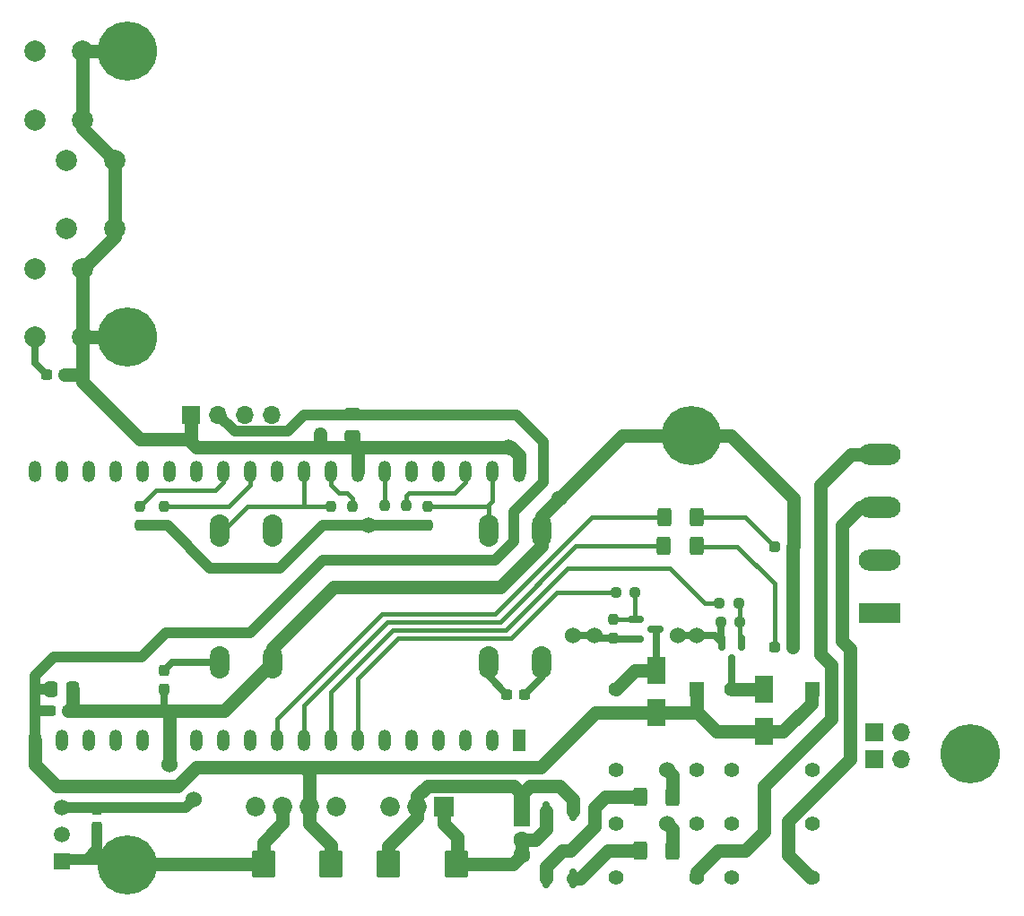
<source format=gtl>
G04 #@! TF.GenerationSoftware,KiCad,Pcbnew,(6.0.9)*
G04 #@! TF.CreationDate,2022-12-13T11:15:51-07:00*
G04 #@! TF.ProjectId,Thermostat1,54686572-6d6f-4737-9461-74312e6b6963,rev?*
G04 #@! TF.SameCoordinates,Original*
G04 #@! TF.FileFunction,Copper,L1,Top*
G04 #@! TF.FilePolarity,Positive*
%FSLAX46Y46*%
G04 Gerber Fmt 4.6, Leading zero omitted, Abs format (unit mm)*
G04 Created by KiCad (PCBNEW (6.0.9)) date 2022-12-13 11:15:51*
%MOMM*%
%LPD*%
G01*
G04 APERTURE LIST*
G04 Aperture macros list*
%AMRoundRect*
0 Rectangle with rounded corners*
0 $1 Rounding radius*
0 $2 $3 $4 $5 $6 $7 $8 $9 X,Y pos of 4 corners*
0 Add a 4 corners polygon primitive as box body*
4,1,4,$2,$3,$4,$5,$6,$7,$8,$9,$2,$3,0*
0 Add four circle primitives for the rounded corners*
1,1,$1+$1,$2,$3*
1,1,$1+$1,$4,$5*
1,1,$1+$1,$6,$7*
1,1,$1+$1,$8,$9*
0 Add four rect primitives between the rounded corners*
20,1,$1+$1,$2,$3,$4,$5,0*
20,1,$1+$1,$4,$5,$6,$7,0*
20,1,$1+$1,$6,$7,$8,$9,0*
20,1,$1+$1,$8,$9,$2,$3,0*%
G04 Aperture macros list end*
G04 #@! TA.AperFunction,ComponentPad*
%ADD10R,1.600000X1.600000*%
G04 #@! TD*
G04 #@! TA.AperFunction,ComponentPad*
%ADD11C,1.600000*%
G04 #@! TD*
G04 #@! TA.AperFunction,SMDPad,CuDef*
%ADD12RoundRect,0.250000X-0.400000X-0.625000X0.400000X-0.625000X0.400000X0.625000X-0.400000X0.625000X0*%
G04 #@! TD*
G04 #@! TA.AperFunction,ComponentPad*
%ADD13O,1.850000X3.048000*%
G04 #@! TD*
G04 #@! TA.AperFunction,ComponentPad*
%ADD14C,2.000000*%
G04 #@! TD*
G04 #@! TA.AperFunction,SMDPad,CuDef*
%ADD15RoundRect,0.237500X-0.250000X-0.237500X0.250000X-0.237500X0.250000X0.237500X-0.250000X0.237500X0*%
G04 #@! TD*
G04 #@! TA.AperFunction,SMDPad,CuDef*
%ADD16RoundRect,0.237500X0.237500X-0.250000X0.237500X0.250000X-0.237500X0.250000X-0.237500X-0.250000X0*%
G04 #@! TD*
G04 #@! TA.AperFunction,ComponentPad*
%ADD17R,1.500000X1.500000*%
G04 #@! TD*
G04 #@! TA.AperFunction,ComponentPad*
%ADD18C,1.500000*%
G04 #@! TD*
G04 #@! TA.AperFunction,SMDPad,CuDef*
%ADD19RoundRect,0.237500X0.287500X0.237500X-0.287500X0.237500X-0.287500X-0.237500X0.287500X-0.237500X0*%
G04 #@! TD*
G04 #@! TA.AperFunction,SMDPad,CuDef*
%ADD20RoundRect,0.150000X-0.150000X0.587500X-0.150000X-0.587500X0.150000X-0.587500X0.150000X0.587500X0*%
G04 #@! TD*
G04 #@! TA.AperFunction,SMDPad,CuDef*
%ADD21R,1.800000X2.500000*%
G04 #@! TD*
G04 #@! TA.AperFunction,SMDPad,CuDef*
%ADD22RoundRect,0.250000X-0.475000X0.337500X-0.475000X-0.337500X0.475000X-0.337500X0.475000X0.337500X0*%
G04 #@! TD*
G04 #@! TA.AperFunction,SMDPad,CuDef*
%ADD23RoundRect,0.237500X-0.300000X-0.237500X0.300000X-0.237500X0.300000X0.237500X-0.300000X0.237500X0*%
G04 #@! TD*
G04 #@! TA.AperFunction,SMDPad,CuDef*
%ADD24RoundRect,0.237500X-0.237500X0.300000X-0.237500X-0.300000X0.237500X-0.300000X0.237500X0.300000X0*%
G04 #@! TD*
G04 #@! TA.AperFunction,ComponentPad*
%ADD25C,5.600000*%
G04 #@! TD*
G04 #@! TA.AperFunction,SMDPad,CuDef*
%ADD26RoundRect,0.237500X0.250000X0.237500X-0.250000X0.237500X-0.250000X-0.237500X0.250000X-0.237500X0*%
G04 #@! TD*
G04 #@! TA.AperFunction,SMDPad,CuDef*
%ADD27RoundRect,0.150000X-0.587500X-0.150000X0.587500X-0.150000X0.587500X0.150000X-0.587500X0.150000X0*%
G04 #@! TD*
G04 #@! TA.AperFunction,SMDPad,CuDef*
%ADD28RoundRect,0.237500X-0.237500X0.250000X-0.237500X-0.250000X0.237500X-0.250000X0.237500X0.250000X0*%
G04 #@! TD*
G04 #@! TA.AperFunction,SMDPad,CuDef*
%ADD29RoundRect,0.250000X-0.875000X-1.025000X0.875000X-1.025000X0.875000X1.025000X-0.875000X1.025000X0*%
G04 #@! TD*
G04 #@! TA.AperFunction,SMDPad,CuDef*
%ADD30RoundRect,0.250000X0.875000X1.025000X-0.875000X1.025000X-0.875000X-1.025000X0.875000X-1.025000X0*%
G04 #@! TD*
G04 #@! TA.AperFunction,SMDPad,CuDef*
%ADD31RoundRect,0.250000X0.337500X0.475000X-0.337500X0.475000X-0.337500X-0.475000X0.337500X-0.475000X0*%
G04 #@! TD*
G04 #@! TA.AperFunction,SMDPad,CuDef*
%ADD32RoundRect,0.150000X-0.150000X0.750000X-0.150000X-0.750000X0.150000X-0.750000X0.150000X0.750000X0*%
G04 #@! TD*
G04 #@! TA.AperFunction,SMDPad,CuDef*
%ADD33RoundRect,0.237500X0.300000X0.237500X-0.300000X0.237500X-0.300000X-0.237500X0.300000X-0.237500X0*%
G04 #@! TD*
G04 #@! TA.AperFunction,ComponentPad*
%ADD34R,1.400000X1.400000*%
G04 #@! TD*
G04 #@! TA.AperFunction,ComponentPad*
%ADD35C,1.400000*%
G04 #@! TD*
G04 #@! TA.AperFunction,ComponentPad*
%ADD36R,1.700000X1.700000*%
G04 #@! TD*
G04 #@! TA.AperFunction,ComponentPad*
%ADD37O,1.700000X1.700000*%
G04 #@! TD*
G04 #@! TA.AperFunction,ComponentPad*
%ADD38R,1.200000X2.000000*%
G04 #@! TD*
G04 #@! TA.AperFunction,ComponentPad*
%ADD39O,1.200000X2.000000*%
G04 #@! TD*
G04 #@! TA.AperFunction,ComponentPad*
%ADD40R,3.960000X1.980000*%
G04 #@! TD*
G04 #@! TA.AperFunction,ComponentPad*
%ADD41O,3.960000X1.980000*%
G04 #@! TD*
G04 #@! TA.AperFunction,ComponentPad*
%ADD42C,1.850000*%
G04 #@! TD*
G04 #@! TA.AperFunction,ComponentPad*
%ADD43R,1.850000X1.850000*%
G04 #@! TD*
G04 #@! TA.AperFunction,ViaPad*
%ADD44C,1.524000*%
G04 #@! TD*
G04 #@! TA.AperFunction,Conductor*
%ADD45C,1.270000*%
G04 #@! TD*
G04 #@! TA.AperFunction,Conductor*
%ADD46C,0.635000*%
G04 #@! TD*
G04 #@! TA.AperFunction,Conductor*
%ADD47C,1.016000*%
G04 #@! TD*
G04 #@! TA.AperFunction,Conductor*
%ADD48C,0.381000*%
G04 #@! TD*
G04 APERTURE END LIST*
D10*
X72898000Y-98806000D03*
D11*
X72898000Y-103806000D03*
D12*
X84022000Y-98298000D03*
X87122000Y-98298000D03*
X84022000Y-103378000D03*
X87122000Y-103378000D03*
D10*
X72898000Y-100362000D03*
D11*
X72898000Y-102362000D03*
D13*
X69712200Y-85665800D03*
X69712200Y-73165800D03*
X74712200Y-85665800D03*
X74712200Y-73165800D03*
D14*
X26909200Y-48413600D03*
X26909200Y-54913600D03*
X31409200Y-48413600D03*
X31409200Y-54913600D03*
X26909200Y-34415800D03*
X26909200Y-27915800D03*
X31409200Y-27915800D03*
X31409200Y-34415800D03*
X29906400Y-38177400D03*
X29906400Y-44677400D03*
X34406400Y-38177400D03*
X34406400Y-44677400D03*
D15*
X81741000Y-78994000D03*
X83566000Y-78994000D03*
D16*
X54864000Y-72691000D03*
X54864000Y-70866000D03*
X64008000Y-72691000D03*
X64008000Y-70866000D03*
D12*
X86308000Y-71882000D03*
X89408000Y-71882000D03*
X86257200Y-74650600D03*
X89357200Y-74650600D03*
D16*
X36830000Y-72691000D03*
X36830000Y-70866000D03*
X39116000Y-72691000D03*
X39116000Y-70866000D03*
X56896000Y-72691000D03*
X56896000Y-70866000D03*
D13*
X44312200Y-85665800D03*
X44312200Y-73165800D03*
X49312200Y-73165800D03*
X49312200Y-85665800D03*
D17*
X29464000Y-104394000D03*
D18*
X29464000Y-101854000D03*
X29464000Y-99314000D03*
D19*
X98487200Y-74676000D03*
X96737200Y-74676000D03*
X98487200Y-84201000D03*
X96737200Y-84201000D03*
D20*
X93660000Y-83723000D03*
X91760000Y-83723000D03*
X92710000Y-85598000D03*
D21*
X85598000Y-90360000D03*
X85598000Y-86360000D03*
D22*
X56896000Y-62187000D03*
X56896000Y-64262000D03*
D23*
X71427000Y-88646000D03*
X73152000Y-88646000D03*
D24*
X53848000Y-62283000D03*
X53848000Y-64008000D03*
D25*
X35636200Y-104724200D03*
D23*
X27993000Y-58420000D03*
X29718000Y-58420000D03*
D26*
X93472000Y-81788000D03*
X91647000Y-81788000D03*
D27*
X83644500Y-81521500D03*
X83644500Y-83421500D03*
X85519500Y-82471500D03*
D28*
X61976000Y-70819000D03*
X61976000Y-72644000D03*
D25*
X35636200Y-27914600D03*
D29*
X60300000Y-104648000D03*
X66700000Y-104648000D03*
D24*
X32766000Y-99467500D03*
X32766000Y-101192500D03*
D21*
X95758000Y-92176600D03*
X95758000Y-88176600D03*
D30*
X54864000Y-104648000D03*
X48464000Y-104648000D03*
D28*
X59944000Y-70819000D03*
X59944000Y-72644000D03*
D25*
X115189000Y-94234000D03*
D24*
X39116000Y-86413000D03*
X39116000Y-88138000D03*
D25*
X35636200Y-54914800D03*
X88900000Y-64185800D03*
D31*
X30501500Y-88138000D03*
X28426500Y-88138000D03*
D32*
X77724000Y-99720000D03*
X75184000Y-99720000D03*
X75184000Y-106020000D03*
X77724000Y-106020000D03*
D15*
X91543500Y-80010000D03*
X93368500Y-80010000D03*
D33*
X30072500Y-90170000D03*
X28347500Y-90170000D03*
D16*
X81534000Y-83359000D03*
X81534000Y-81534000D03*
D34*
X100330000Y-88138000D03*
D35*
X100330000Y-95758000D03*
X100330000Y-100828000D03*
X100330000Y-105918000D03*
X92700000Y-105928000D03*
X92700000Y-100848000D03*
X92710000Y-95758000D03*
X92710000Y-88138000D03*
D36*
X41656000Y-62230000D03*
D37*
X44196000Y-62230000D03*
X46736000Y-62230000D03*
X49276000Y-62230000D03*
D36*
X106172000Y-92202000D03*
D37*
X108712000Y-92202000D03*
D38*
X72641280Y-92964000D03*
D39*
X70101280Y-92964000D03*
X67561280Y-92964000D03*
X65021280Y-92964000D03*
X62481280Y-92964000D03*
X59941280Y-92964000D03*
X57401280Y-92964000D03*
X54861280Y-92964000D03*
X52321280Y-92964000D03*
X49781280Y-92964000D03*
X47241280Y-92964000D03*
X44701280Y-92964000D03*
X42161280Y-92964000D03*
X39621280Y-92964000D03*
X37081280Y-92964000D03*
X34541280Y-92964000D03*
X32001280Y-92964000D03*
X29461280Y-92964000D03*
X26921280Y-92964000D03*
X26924000Y-67567680D03*
X29464000Y-67567680D03*
X32001280Y-67564000D03*
X34541280Y-67564000D03*
X37081280Y-67564000D03*
X39621280Y-67564000D03*
X42161280Y-67564000D03*
X44701280Y-67564000D03*
X47241280Y-67564000D03*
X49781280Y-67564000D03*
X52321280Y-67564000D03*
X54861280Y-67564000D03*
X57401280Y-67564000D03*
X59941280Y-67564000D03*
X62481280Y-67564000D03*
X65021280Y-67564000D03*
X67561280Y-67564000D03*
X70101280Y-67564000D03*
X72641280Y-67564000D03*
D40*
X106680000Y-80946000D03*
D41*
X106680000Y-75946000D03*
X106680000Y-70946000D03*
X106680000Y-65946000D03*
D42*
X47777400Y-99237800D03*
X50317400Y-99237800D03*
X52857400Y-99237800D03*
X55397400Y-99237800D03*
X60477400Y-99237800D03*
X63017400Y-99237800D03*
D43*
X65557400Y-99237800D03*
D34*
X89408000Y-88138000D03*
D35*
X89408000Y-95758000D03*
X89408000Y-100838000D03*
X89408000Y-105918000D03*
X81788000Y-105918000D03*
X81788000Y-100838000D03*
X81788000Y-95758000D03*
X81788000Y-88138000D03*
D36*
X106172000Y-94742000D03*
D37*
X108712000Y-94742000D03*
D44*
X76454000Y-70104000D03*
X39624000Y-95250000D03*
X77724000Y-83058000D03*
X89408000Y-83058000D03*
X87630000Y-83058000D03*
X79756000Y-83058000D03*
X71628000Y-65278000D03*
X41910000Y-98552000D03*
X58420000Y-72644000D03*
X86614000Y-100838000D03*
X86614000Y-95758000D03*
D45*
X78384000Y-106020000D02*
X77724000Y-106020000D01*
X81026000Y-103378000D02*
X78384000Y-106020000D01*
X84022000Y-103378000D02*
X81026000Y-103378000D01*
X75184000Y-104902000D02*
X75184000Y-106020000D01*
X76708000Y-103378000D02*
X75184000Y-104902000D01*
X79756000Y-99314000D02*
X79756000Y-101092000D01*
X79756000Y-101092000D02*
X77470000Y-103378000D01*
X77470000Y-103378000D02*
X76708000Y-103378000D01*
X80772000Y-98298000D02*
X79756000Y-99314000D01*
X84022000Y-98298000D02*
X80772000Y-98298000D01*
X73660000Y-97282000D02*
X72898000Y-98044000D01*
X76454000Y-97282000D02*
X73660000Y-97282000D01*
X77724000Y-98552000D02*
X76454000Y-97282000D01*
X77724000Y-99720000D02*
X77724000Y-98552000D01*
X75184000Y-101352400D02*
X75184000Y-99720000D01*
X74174400Y-102362000D02*
X75184000Y-101352400D01*
X72898000Y-102362000D02*
X74174400Y-102362000D01*
X72898000Y-103806000D02*
X72898000Y-102362000D01*
X72898000Y-100362000D02*
X72898000Y-98806000D01*
X72056000Y-104648000D02*
X72898000Y-103806000D01*
X66700000Y-104648000D02*
X72056000Y-104648000D01*
X72136000Y-97282000D02*
X72898000Y-98044000D01*
X72898000Y-98044000D02*
X72898000Y-98806000D01*
X64008000Y-97282000D02*
X72136000Y-97282000D01*
X63017400Y-99237800D02*
X63017400Y-98272600D01*
X63017400Y-98272600D02*
X64008000Y-97282000D01*
X87122000Y-101346000D02*
X86614000Y-100838000D01*
X87122000Y-103378000D02*
X87122000Y-101346000D01*
X87122000Y-96266000D02*
X86614000Y-95758000D01*
X87122000Y-98298000D02*
X87122000Y-96266000D01*
X41910000Y-65024000D02*
X42164000Y-65278000D01*
X30072500Y-90170000D02*
X30480000Y-89762500D01*
D46*
X73152000Y-88646000D02*
X74712200Y-87085800D01*
D45*
X50317400Y-100812600D02*
X48464000Y-102666000D01*
X34406400Y-38177400D02*
X34406400Y-44677400D01*
X88900000Y-64185800D02*
X92633800Y-64185800D01*
X50317400Y-99237800D02*
X50317400Y-100812600D01*
X98487200Y-74676000D02*
X98487200Y-84201000D01*
X49312200Y-84291800D02*
X55118000Y-78486000D01*
D46*
X79756000Y-83058000D02*
X77724000Y-83058000D01*
D45*
X41656000Y-64770000D02*
X41656000Y-62230000D01*
X39594492Y-92937212D02*
X39621280Y-92964000D01*
X36830000Y-64516000D02*
X41402000Y-64516000D01*
D46*
X39116000Y-89691508D02*
X39116000Y-88138000D01*
D45*
X35635000Y-54913600D02*
X35636200Y-54914800D01*
D47*
X32766000Y-101192500D02*
X32766000Y-103276400D01*
D45*
X35635000Y-27915800D02*
X35636200Y-27914600D01*
X41402000Y-64516000D02*
X41910000Y-65024000D01*
D47*
X35128200Y-104216200D02*
X35636200Y-104724200D01*
D45*
X31409200Y-58252800D02*
X31242000Y-58420000D01*
X35712400Y-104648000D02*
X35636200Y-104724200D01*
X82372200Y-64185800D02*
X88900000Y-64185800D01*
X30480000Y-89762500D02*
X30480000Y-88159500D01*
X34406400Y-44677400D02*
X34406400Y-45416400D01*
X57401280Y-65280720D02*
X56896000Y-64775440D01*
X71882000Y-65278000D02*
X72641280Y-66037280D01*
X39594492Y-90170000D02*
X44808000Y-90170000D01*
D46*
X87630000Y-83058000D02*
X91095000Y-83058000D01*
D45*
X72641280Y-66037280D02*
X72641280Y-67564000D01*
X57401280Y-65280720D02*
X57401280Y-67564000D01*
X31409200Y-34415800D02*
X31409200Y-35180200D01*
D46*
X81596500Y-83421500D02*
X81534000Y-83359000D01*
D47*
X29464000Y-104394000D02*
X29641800Y-104216200D01*
D45*
X48464000Y-104648000D02*
X35712400Y-104648000D01*
X30480000Y-88159500D02*
X30501500Y-88138000D01*
X74712200Y-71845800D02*
X82372200Y-64185800D01*
X56896000Y-64775440D02*
X56896000Y-64262000D01*
X39621280Y-90170000D02*
X30072500Y-90170000D01*
X31409200Y-48413600D02*
X31409200Y-54913600D01*
X74712200Y-74639800D02*
X74712200Y-73165800D01*
D47*
X29641800Y-104216200D02*
X31826200Y-104216200D01*
D46*
X91647000Y-81788000D02*
X91647000Y-83610000D01*
D45*
X31242000Y-58420000D02*
X29718000Y-58420000D01*
D47*
X31826200Y-104216200D02*
X35128200Y-104216200D01*
D45*
X39621280Y-95247280D02*
X39624000Y-95250000D01*
D46*
X81534000Y-83359000D02*
X80057000Y-83359000D01*
D45*
X31409200Y-59095200D02*
X36830000Y-64516000D01*
X31409200Y-58252800D02*
X31409200Y-59095200D01*
X41910000Y-65024000D02*
X41656000Y-64770000D01*
D46*
X83644500Y-83421500D02*
X81596500Y-83421500D01*
D45*
X53848000Y-65278000D02*
X53848000Y-64008000D01*
X98552000Y-70104000D02*
X98552000Y-74611200D01*
X55118000Y-78486000D02*
X70866000Y-78486000D01*
X42164000Y-65278000D02*
X53848000Y-65278000D01*
X31409200Y-54913600D02*
X35635000Y-54913600D01*
X31409200Y-35180200D02*
X34406400Y-38177400D01*
X92633800Y-64185800D02*
X98552000Y-70104000D01*
D46*
X91647000Y-83610000D02*
X91760000Y-83723000D01*
D45*
X53848000Y-65278000D02*
X71882000Y-65278000D01*
X48464000Y-102666000D02*
X48464000Y-104648000D01*
X31409200Y-27915800D02*
X35635000Y-27915800D01*
X44808000Y-90170000D02*
X49312200Y-85665800D01*
X39621280Y-92964000D02*
X39621280Y-90170000D01*
X98552000Y-74611200D02*
X98487200Y-74676000D01*
X74712200Y-73165800D02*
X74712200Y-71845800D01*
D46*
X91095000Y-83058000D02*
X91760000Y-83723000D01*
D45*
X31409200Y-54913600D02*
X31409200Y-58252800D01*
X70866000Y-78486000D02*
X74712200Y-74639800D01*
X49312200Y-85665800D02*
X49312200Y-84291800D01*
D46*
X80057000Y-83359000D02*
X79756000Y-83058000D01*
D45*
X31409200Y-27915800D02*
X31409200Y-34415800D01*
D46*
X39594492Y-90170000D02*
X39116000Y-89691508D01*
X74712200Y-87085800D02*
X74712200Y-85665800D01*
D45*
X39594492Y-90170000D02*
X39594492Y-92937212D01*
X34406400Y-45416400D02*
X31409200Y-48413600D01*
X39621280Y-92964000D02*
X39621280Y-95247280D01*
D47*
X32766000Y-103276400D02*
X31826200Y-104216200D01*
D48*
X59944000Y-70819000D02*
X59944000Y-67566720D01*
X59944000Y-67566720D02*
X59941280Y-67564000D01*
X61976000Y-70819000D02*
X61976000Y-69850000D01*
X67561280Y-68582720D02*
X67561280Y-67564000D01*
X61976000Y-69850000D02*
X62230000Y-69596000D01*
X66548000Y-69596000D02*
X67561280Y-68582720D01*
X62230000Y-69596000D02*
X66548000Y-69596000D01*
X54861280Y-68831280D02*
X55626000Y-69596000D01*
X56388000Y-69596000D02*
X56896000Y-70104000D01*
X54861280Y-67564000D02*
X54861280Y-68831280D01*
X55626000Y-69596000D02*
X56388000Y-69596000D01*
X56896000Y-70104000D02*
X56896000Y-70866000D01*
D47*
X28344780Y-90172720D02*
X28347500Y-90170000D01*
D45*
X54864000Y-102870000D02*
X54864000Y-104648000D01*
D47*
X74930000Y-64770000D02*
X72390000Y-62230000D01*
D45*
X40386000Y-97282000D02*
X42164000Y-95504000D01*
D47*
X39243000Y-82804000D02*
X47244000Y-82804000D01*
X50762800Y-63791200D02*
X45757200Y-63791200D01*
D45*
X100231700Y-88138000D02*
X100231700Y-89506300D01*
D47*
X70358000Y-75946000D02*
X72136000Y-74168000D01*
X72390000Y-62230000D02*
X52324000Y-62230000D01*
D45*
X52857400Y-95986600D02*
X52806600Y-95986600D01*
X52857400Y-95986600D02*
X52857400Y-99237800D01*
D47*
X26921280Y-90172720D02*
X26921280Y-88135280D01*
D45*
X52832000Y-96012000D02*
X52857400Y-95986600D01*
X28956000Y-97282000D02*
X40386000Y-97282000D01*
X91287600Y-92176600D02*
X89471000Y-90360000D01*
X52857400Y-99237800D02*
X52857400Y-100863400D01*
D47*
X72136000Y-71374000D02*
X74930000Y-68580000D01*
X26921280Y-92964000D02*
X26921280Y-90172720D01*
X26921280Y-88135280D02*
X28423780Y-88135280D01*
D45*
X100231700Y-89506300D02*
X97561400Y-92176600D01*
D47*
X54102000Y-75946000D02*
X70358000Y-75946000D01*
X72136000Y-74168000D02*
X72136000Y-71374000D01*
X52324000Y-62230000D02*
X50762800Y-63791200D01*
D45*
X89471000Y-90360000D02*
X85598000Y-90360000D01*
X26921280Y-95247280D02*
X28956000Y-97282000D01*
X42164000Y-95504000D02*
X52324000Y-95504000D01*
X26921280Y-92964000D02*
X26921280Y-95247280D01*
D47*
X74930000Y-68580000D02*
X74930000Y-64770000D01*
X36957000Y-85090000D02*
X39243000Y-82804000D01*
D45*
X79820000Y-90360000D02*
X85598000Y-90360000D01*
X97561400Y-92176600D02*
X91287600Y-92176600D01*
D47*
X28423780Y-88135280D02*
X28426500Y-88138000D01*
X26921280Y-88135280D02*
X26921280Y-86870720D01*
X28702000Y-85090000D02*
X36957000Y-85090000D01*
D45*
X52857400Y-100863400D02*
X54864000Y-102870000D01*
X52324000Y-95504000D02*
X74676000Y-95504000D01*
X89408000Y-90360000D02*
X89408000Y-88138000D01*
D47*
X26921280Y-86870720D02*
X28702000Y-85090000D01*
X47244000Y-82804000D02*
X54102000Y-75946000D01*
X45757200Y-63791200D02*
X44196000Y-62230000D01*
X26921280Y-90172720D02*
X28344780Y-90172720D01*
D45*
X52806600Y-95986600D02*
X52324000Y-95504000D01*
X74676000Y-95504000D02*
X79820000Y-90360000D01*
D48*
X47241280Y-68836720D02*
X47241280Y-67564000D01*
X39116000Y-70866000D02*
X45212000Y-70866000D01*
X45212000Y-70866000D02*
X47241280Y-68836720D01*
X44701280Y-67564000D02*
X44701280Y-68582720D01*
X44701280Y-68582720D02*
X43942000Y-69342000D01*
D46*
X27993000Y-58420000D02*
X26909200Y-57336200D01*
X26909200Y-57336200D02*
X26909200Y-54913600D01*
D48*
X38354000Y-69342000D02*
X36830000Y-70866000D01*
X43942000Y-69342000D02*
X38354000Y-69342000D01*
X96737200Y-78195200D02*
X96737200Y-84201000D01*
X93218000Y-74676000D02*
X96737200Y-78195200D01*
X89382600Y-74676000D02*
X93218000Y-74676000D01*
X89357200Y-74650600D02*
X89382600Y-74676000D01*
X96737200Y-74676000D02*
X93943200Y-71882000D01*
X93943200Y-71882000D02*
X89408000Y-71882000D01*
D45*
X103886000Y-94742000D02*
X98044000Y-100584000D01*
X106680000Y-70946000D02*
X104822000Y-70946000D01*
X103124000Y-83566000D02*
X103886000Y-84328000D01*
X103886000Y-84328000D02*
X103886000Y-94742000D01*
X103124000Y-72644000D02*
X103124000Y-83566000D01*
X100153850Y-105918000D02*
X100231700Y-105918000D01*
X98044000Y-103808150D02*
X100153850Y-105918000D01*
X98044000Y-100584000D02*
X98044000Y-103808150D01*
X104822000Y-70946000D02*
X103124000Y-72644000D01*
X95719400Y-88138000D02*
X95758000Y-88176600D01*
X92710000Y-88138000D02*
X95719400Y-88138000D01*
D46*
X92710000Y-85598000D02*
X92710000Y-88138000D01*
X85598000Y-82550000D02*
X85598000Y-86360000D01*
D45*
X85598000Y-86360000D02*
X83566000Y-86360000D01*
X83566000Y-86360000D02*
X81788000Y-88138000D01*
D46*
X85519500Y-82471500D02*
X85598000Y-82550000D01*
D48*
X71374000Y-82550000D02*
X77216000Y-76708000D01*
X54861280Y-88394720D02*
X60706000Y-82550000D01*
X54861280Y-92964000D02*
X54861280Y-88394720D01*
X86868000Y-76708000D02*
X90170000Y-80010000D01*
X90170000Y-80010000D02*
X91647000Y-80010000D01*
X77216000Y-76708000D02*
X86868000Y-76708000D01*
X60706000Y-82550000D02*
X71374000Y-82550000D01*
X93472000Y-83535000D02*
X93660000Y-83723000D01*
X93472000Y-80010000D02*
X93472000Y-81788000D01*
X93472000Y-81788000D02*
X93472000Y-83535000D01*
X61214000Y-83312000D02*
X71882000Y-83312000D01*
X76200000Y-78994000D02*
X81741000Y-78994000D01*
X57401280Y-87124720D02*
X61214000Y-83312000D01*
X71882000Y-83312000D02*
X76200000Y-78994000D01*
X57401280Y-92964000D02*
X57401280Y-87124720D01*
D45*
X60300000Y-103022000D02*
X60300000Y-104648000D01*
X63017400Y-100304600D02*
X60300000Y-103022000D01*
X63017400Y-99237800D02*
X63017400Y-100304600D01*
D48*
X83644500Y-81521500D02*
X81546500Y-81521500D01*
X83566000Y-81443000D02*
X83644500Y-81521500D01*
X83566000Y-78994000D02*
X83566000Y-81443000D01*
X81546500Y-81521500D02*
X81534000Y-81534000D01*
X70866000Y-81788000D02*
X78003400Y-74650600D01*
X52321280Y-92964000D02*
X52321280Y-89664720D01*
X78003400Y-74650600D02*
X86257200Y-74650600D01*
X60198000Y-81788000D02*
X70866000Y-81788000D01*
X52321280Y-89664720D02*
X60198000Y-81788000D01*
D45*
X65557400Y-99237800D02*
X65557400Y-100863400D01*
X66802000Y-102108000D02*
X66802000Y-104546000D01*
X66802000Y-104546000D02*
X66700000Y-104648000D01*
X65557400Y-100863400D02*
X66802000Y-102108000D01*
D47*
X54055000Y-72691000D02*
X50038000Y-76708000D01*
X54864000Y-72691000D02*
X54055000Y-72691000D01*
X39116000Y-72691000D02*
X36830000Y-72691000D01*
X29464000Y-99314000D02*
X41148000Y-99314000D01*
X59944000Y-72644000D02*
X61976000Y-72644000D01*
X63961000Y-72644000D02*
X64008000Y-72691000D01*
X59897000Y-72691000D02*
X59944000Y-72644000D01*
X56896000Y-72691000D02*
X54864000Y-72691000D01*
X61976000Y-72644000D02*
X63961000Y-72644000D01*
X50038000Y-76708000D02*
X43434000Y-76708000D01*
X41148000Y-99314000D02*
X41910000Y-98552000D01*
X56896000Y-72691000D02*
X59897000Y-72691000D01*
X39417000Y-72691000D02*
X39116000Y-72691000D01*
X43434000Y-76708000D02*
X39417000Y-72691000D01*
D48*
X49781280Y-90934720D02*
X49781280Y-92964000D01*
X70358000Y-81026000D02*
X59690000Y-81026000D01*
X79502000Y-71882000D02*
X70358000Y-81026000D01*
X59690000Y-81026000D02*
X49781280Y-90934720D01*
X86308000Y-71882000D02*
X79502000Y-71882000D01*
X68072000Y-70866000D02*
X64008000Y-70866000D01*
X70101280Y-67564000D02*
X70101280Y-70360720D01*
X68072000Y-70866000D02*
X69712200Y-70866000D01*
D46*
X69712200Y-86931200D02*
X69712200Y-85665800D01*
D48*
X70101280Y-70360720D02*
X69596000Y-70866000D01*
X69712200Y-70866000D02*
X69712200Y-73165800D01*
D46*
X71427000Y-88646000D02*
X69712200Y-86931200D01*
D48*
X69596000Y-70866000D02*
X68072000Y-70866000D01*
D46*
X39863200Y-85665800D02*
X44312200Y-85665800D01*
D48*
X44690200Y-73165800D02*
X46990000Y-70866000D01*
X52321280Y-70866000D02*
X52321280Y-67564000D01*
X46990000Y-70866000D02*
X52321280Y-70866000D01*
X52321280Y-70866000D02*
X54864000Y-70866000D01*
D46*
X39116000Y-86413000D02*
X39863200Y-85665800D01*
D48*
X44312200Y-73165800D02*
X44690200Y-73165800D01*
D45*
X93980000Y-103378000D02*
X91440000Y-103378000D01*
X106680000Y-65946000D02*
X103980000Y-65946000D01*
X103980000Y-65946000D02*
X101092000Y-68834000D01*
X101092000Y-68834000D02*
X101092000Y-84836000D01*
X102108000Y-85852000D02*
X102108000Y-90932000D01*
X95758000Y-97282000D02*
X95758000Y-101600000D01*
X95758000Y-101600000D02*
X93980000Y-103378000D01*
X101092000Y-84836000D02*
X102108000Y-85852000D01*
X89408000Y-105410000D02*
X89408000Y-105918000D01*
X102108000Y-90932000D02*
X95758000Y-97282000D01*
X91440000Y-103378000D02*
X89408000Y-105410000D01*
M02*

</source>
